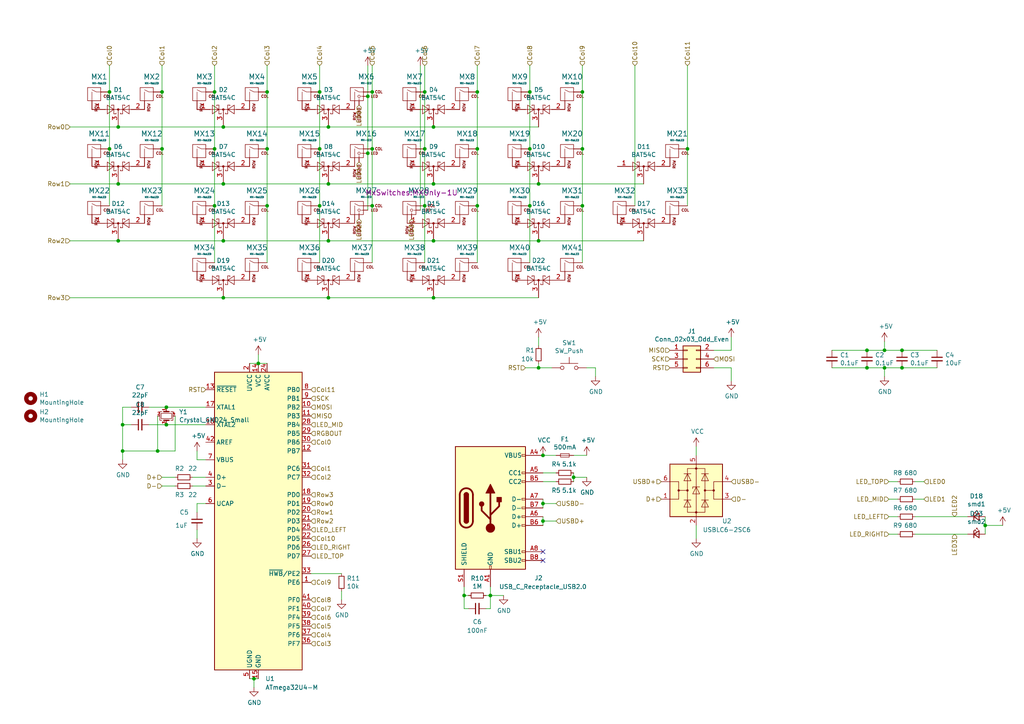
<source format=kicad_sch>
(kicad_sch (version 20211123) (generator eeschema)
  (paper "A4")
  (lib_symbols
    (symbol "Connector:USB_C_Receptacle_USB2.0" (pin_names (offset 1.016))
      (property "Reference" "J" (at -10.16 19.05 0))
      (property "Value" "USB_C_Receptacle_USB2.0" (at 19.05 19.05 0))
      (symbol "USB_C_Receptacle_USB2.0_1_1"
        (pin passive line (at 0 -22.86 90) (length 5.08) (name "GND") (number "A1"))
        (pin passive line (at 0 -22.86 90) (length 5.08) hide (name "GND") (number "A12"))
        (pin passive line (at 15.24 15.24 180) (length 5.08) (name "VBUS") (number "A4"))
        (pin bidirectional line (at 15.24 10.16 180) (length 5.08) (name "CC1") (number "A5"))
        (pin bidirectional line (at 15.24 -2.54 180) (length 5.08) (name "D+") (number "A6"))
        (pin bidirectional line (at 15.24 2.54 180) (length 5.08) (name "D-") (number "A7"))
        (pin bidirectional line (at 15.24 -12.7 180) (length 5.08) (name "SBU1") (number "A8"))
        (pin passive line (at 15.24 15.24 180) (length 5.08) hide (name "VBUS") (number "A9"))
        (pin passive line (at 0 -22.86 90) (length 5.08) hide (name "GND") (number "B1"))
        (pin passive line (at 0 -22.86 90) (length 5.08) hide (name "GND") (number "B12"))
        (pin passive line (at 15.24 15.24 180) (length 5.08) hide (name "VBUS") (number "B4"))
        (pin bidirectional line (at 15.24 7.62 180) (length 5.08) (name "CC2") (number "B5"))
        (pin bidirectional line (at 15.24 -5.08 180) (length 5.08) (name "D+") (number "B6"))
        (pin bidirectional line (at 15.24 0 180) (length 5.08) (name "D-") (number "B7"))
        (pin bidirectional line (at 15.24 -15.24 180) (length 5.08) (name "SBU2") (number "B8"))
        (pin passive line (at 15.24 15.24 180) (length 5.08) hide (name "VBUS") (number "B9"))
        (pin passive line (at -7.62 -22.86 90) (length 5.08) (name "SHIELD") (number "S1"))
      )
    )
    (symbol "Connector_Generic:Conn_02x03_Odd_Even" (pin_names (offset 1.016) hide)
      (property "Reference" "J" (at 1.27 5.08 0))
      (property "Value" "Conn_02x03_Odd_Even" (at 1.27 -5.08 0))
      (symbol "Conn_02x03_Odd_Even_1_1"
        (pin passive line (at -5.08 2.54 0) (length 3.81) (name "Pin_1") (number "1"))
        (pin passive line (at 7.62 2.54 180) (length 3.81) (name "Pin_2") (number "2"))
        (pin passive line (at -5.08 0 0) (length 3.81) (name "Pin_3") (number "3"))
        (pin passive line (at 7.62 0 180) (length 3.81) (name "Pin_4") (number "4"))
        (pin passive line (at -5.08 -2.54 0) (length 3.81) (name "Pin_5") (number "5"))
        (pin passive line (at 7.62 -2.54 180) (length 3.81) (name "Pin_6") (number "6"))
      )
    )
    (symbol "Device:C_Small" (pin_numbers hide) (pin_names (offset 0.254) hide)
      (property "Reference" "C" (at 0.254 1.778 0))
      (property "Value" "C_Small" (at 0.254 -2.032 0))
      (symbol "C_Small_1_1"
        (pin passive line (at 0 2.54 270) (length 2.032) (name "~") (number "1"))
        (pin passive line (at 0 -2.54 90) (length 2.032) (name "~") (number "2"))
      )
    )
    (symbol "Device:Crystal_GND24_Small" (pin_names (offset 1.016) hide)
      (property "Reference" "Y" (at 1.27 4.445 0))
      (property "Value" "Crystal_GND24_Small" (at 1.27 2.54 0))
      (symbol "Crystal_GND24_Small_1_1"
        (pin passive line (at -2.54 0 0) (length 1.27) (name "1") (number "1"))
        (pin passive line (at 0 -2.54 90) (length 0.635) (name "2") (number "2"))
        (pin passive line (at 2.54 0 180) (length 1.27) (name "3") (number "3"))
        (pin passive line (at 0 2.54 270) (length 0.635) (name "4") (number "4"))
      )
    )
    (symbol "Device:Fuse_Small" (pin_numbers hide) (pin_names (offset 0.254) hide)
      (property "Reference" "F" (at 0 -1.524 0))
      (property "Value" "Fuse_Small" (at 0 1.524 0))
      (symbol "Fuse_Small_1_1"
        (pin passive line (at -2.54 0 0) (length 1.27) (name "~") (number "1"))
        (pin passive line (at 2.54 0 180) (length 1.27) (name "~") (number "2"))
      )
    )
    (symbol "Device:LED_Small" (pin_numbers hide) (pin_names (offset 0.254) hide)
      (property "Reference" "D" (at -1.27 3.175 0))
      (property "Value" "LED_Small" (at -4.445 -2.54 0))
      (symbol "LED_Small_1_1"
        (pin passive line (at -2.54 0 0) (length 1.778) (name "K") (number "1"))
        (pin passive line (at 2.54 0 180) (length 1.778) (name "A") (number "2"))
      )
    )
    (symbol "Device:R_Small" (pin_numbers hide) (pin_names (offset 0.254) hide)
      (property "Reference" "R" (at 0.762 0.508 0))
      (property "Value" "R_Small" (at 0.762 -1.016 0))
      (symbol "R_Small_1_1"
        (pin passive line (at 0 2.54 270) (length 0.762) (name "~") (number "1"))
        (pin passive line (at 0 -2.54 90) (length 0.762) (name "~") (number "2"))
      )
    )
    (symbol "Diode:BAT54C" (pin_names (offset 1.016))
      (property "Reference" "D" (at 0.635 -3.81 0))
      (property "Value" "BAT54C" (at -6.35 3.175 0))
      (symbol "BAT54C_1_1"
        (pin passive line (at -7.62 0 0) (length 3.81) (name "~") (number "1"))
        (pin passive line (at 7.62 0 180) (length 3.81) (name "~") (number "2"))
        (pin passive line (at 0 -5.08 90) (length 5.08) (name "~") (number "3"))
      )
    )
    (symbol "MCU_Microchip_ATmega:ATmega32U4-M"
      (property "Reference" "U" (at -12.7 44.45 0))
      (property "Value" "ATmega32U4-M" (at 2.54 -44.45 0))
      (symbol "ATmega32U4-M_1_1"
        (pin bidirectional line (at 15.24 -17.78 180) (length 2.54) (name "PE6") (number "1"))
        (pin bidirectional line (at 15.24 33.02 180) (length 2.54) (name "PB2") (number "10"))
        (pin bidirectional line (at 15.24 30.48 180) (length 2.54) (name "PB3") (number "11"))
        (pin bidirectional line (at 15.24 20.32 180) (length 2.54) (name "PB7") (number "12"))
        (pin input line (at -15.24 38.1 0) (length 2.54) (name "~{RESET}") (number "13"))
        (pin power_in line (at 0 45.72 270) (length 2.54) (name "VCC") (number "14"))
        (pin power_in line (at 0 -45.72 90) (length 2.54) (name "GND") (number "15"))
        (pin output line (at -15.24 27.94 0) (length 2.54) (name "XTAL2") (number "16"))
        (pin input line (at -15.24 33.02 0) (length 2.54) (name "XTAL1") (number "17"))
        (pin bidirectional line (at 15.24 7.62 180) (length 2.54) (name "PD0") (number "18"))
        (pin bidirectional line (at 15.24 5.08 180) (length 2.54) (name "PD1") (number "19"))
        (pin power_in line (at -2.54 45.72 270) (length 2.54) (name "UVCC") (number "2"))
        (pin bidirectional line (at 15.24 2.54 180) (length 2.54) (name "PD2") (number "20"))
        (pin bidirectional line (at 15.24 0 180) (length 2.54) (name "PD3") (number "21"))
        (pin bidirectional line (at 15.24 -5.08 180) (length 2.54) (name "PD5") (number "22"))
        (pin passive line (at 0 -45.72 90) (length 2.54) hide (name "GND") (number "23"))
        (pin power_in line (at 2.54 45.72 270) (length 2.54) (name "AVCC") (number "24"))
        (pin bidirectional line (at 15.24 -2.54 180) (length 2.54) (name "PD4") (number "25"))
        (pin bidirectional line (at 15.24 -7.62 180) (length 2.54) (name "PD6") (number "26"))
        (pin bidirectional line (at 15.24 -10.16 180) (length 2.54) (name "PD7") (number "27"))
        (pin bidirectional line (at 15.24 27.94 180) (length 2.54) (name "PB4") (number "28"))
        (pin bidirectional line (at 15.24 25.4 180) (length 2.54) (name "PB5") (number "29"))
        (pin bidirectional line (at -15.24 10.16 0) (length 2.54) (name "D-") (number "3"))
        (pin bidirectional line (at 15.24 22.86 180) (length 2.54) (name "PB6") (number "30"))
        (pin bidirectional line (at 15.24 15.24 180) (length 2.54) (name "PC6") (number "31"))
        (pin bidirectional line (at 15.24 12.7 180) (length 2.54) (name "PC7") (number "32"))
        (pin bidirectional line (at 15.24 -15.24 180) (length 2.54) (name "~{HWB}/PE2") (number "33"))
        (pin passive line (at 0 45.72 270) (length 2.54) hide (name "VCC") (number "34"))
        (pin passive line (at 0 -45.72 90) (length 2.54) hide (name "GND") (number "35"))
        (pin bidirectional line (at 15.24 -35.56 180) (length 2.54) (name "PF7") (number "36"))
        (pin bidirectional line (at 15.24 -33.02 180) (length 2.54) (name "PF6") (number "37"))
        (pin bidirectional line (at 15.24 -30.48 180) (length 2.54) (name "PF5") (number "38"))
        (pin bidirectional line (at 15.24 -27.94 180) (length 2.54) (name "PF4") (number "39"))
        (pin bidirectional line (at -15.24 12.7 0) (length 2.54) (name "D+") (number "4"))
        (pin bidirectional line (at 15.24 -25.4 180) (length 2.54) (name "PF1") (number "40"))
        (pin bidirectional line (at 15.24 -22.86 180) (length 2.54) (name "PF0") (number "41"))
        (pin passive line (at -15.24 22.86 0) (length 2.54) (name "AREF") (number "42"))
        (pin passive line (at 0 -45.72 90) (length 2.54) hide (name "GND") (number "43"))
        (pin passive line (at 2.54 45.72 270) (length 2.54) hide (name "AVCC") (number "44"))
        (pin passive line (at 0 -45.72 90) (length 2.54) hide (name "GND") (number "45"))
        (pin passive line (at -2.54 -45.72 90) (length 2.54) (name "UGND") (number "5"))
        (pin passive line (at -15.24 5.08 0) (length 2.54) (name "UCAP") (number "6"))
        (pin input line (at -15.24 17.78 0) (length 2.54) (name "VBUS") (number "7"))
        (pin bidirectional line (at 15.24 38.1 180) (length 2.54) (name "PB0") (number "8"))
        (pin bidirectional line (at 15.24 35.56 180) (length 2.54) (name "PB1") (number "9"))
      )
    )
    (symbol "Mechanical:MountingHole" (pin_names (offset 1.016))
      (property "Reference" "H" (at 0 5.08 0))
      (property "Value" "MountingHole" (at 0 3.175 0))
    )
    (symbol "Mx:MX-LED" (pin_names (offset 1.016))
      (property "Reference" "MX" (at -0.635 3.81 0))
      (property "Value" "MX-LED" (at -0.635 1.27 0))
      (symbol "MX-LED_0_0"
        (text "COL" (at 5.715 1.27 0) (effects (font (size 0.762 0.762))))
        (text "LED" (at 4.445 0 0) (effects (font (size 0.762 0.762))))
        (text "ROW" (at -1.27 -4.445 900) (effects (font (size 0.762 0.762)) (justify right)))
      )
      (symbol "MX-LED_1_0"
        (text "LEDGND" (at 0 -3.175 900) (effects (font (size 0.762 0.762)) (justify right)))
      )
      (symbol "MX-LED_1_1"
        (pin passive line (at 3.81 1.27 180) (length 2.54) (name "COL") (number "1"))
        (pin passive line (at -1.27 -3.81 90) (length 2.54) (name "ROW") (number "2"))
        (pin input line (at 2.54 0 180) (length 1.27) (name "LED") (number "3"))
        (pin passive line (at 0 -2.54 90) (length 1.27) (name "LEDGND") (number "4"))
      )
    )
    (symbol "Mx:MX-NoLED" (pin_names (offset 1.016))
      (property "Reference" "MX" (at -0.635 3.81 0))
      (property "Value" "MX-NoLED" (at -0.635 1.27 0))
      (symbol "MX-NoLED_0_0"
        (text "COL" (at 3.175 0 0) (effects (font (size 0.762 0.762))))
        (text "ROW" (at 0 -1.905 900) (effects (font (size 0.762 0.762)) (justify right)))
      )
      (symbol "MX-NoLED_1_1"
        (pin passive line (at 3.81 1.27 180) (length 2.54) (name "COL") (number "1"))
        (pin passive line (at -1.27 -3.81 90) (length 2.54) (name "ROW") (number "2"))
      )
    )
    (symbol "Power_Protection:USBLC6-2SC6" (pin_names hide)
      (property "Reference" "U" (at 2.54 8.89 0))
      (property "Value" "USBLC6-2SC6" (at 2.54 -8.89 0))
      (symbol "USBLC6-2SC6_1_1"
        (pin passive line (at -10.16 -2.54 0) (length 2.54) (name "I/O1") (number "1"))
        (pin passive line (at 0 -10.16 90) (length 2.54) (name "GND") (number "2"))
        (pin passive line (at 10.16 -2.54 180) (length 2.54) (name "I/O2") (number "3"))
        (pin passive line (at 10.16 2.54 180) (length 2.54) (name "I/O2") (number "4"))
        (pin passive line (at 0 10.16 270) (length 2.54) (name "VBUS") (number "5"))
        (pin passive line (at -10.16 2.54 0) (length 2.54) (name "I/O1") (number "6"))
      )
    )
    (symbol "Switch:SW_Push" (pin_numbers hide) (pin_names (offset 1.016) hide)
      (property "Reference" "SW" (at 1.27 2.54 0))
      (property "Value" "SW_Push" (at 0 -1.524 0))
      (symbol "SW_Push_0_1"
        (pin passive line (at -5.08 0 0) (length 2.54) (name "1") (number "1"))
        (pin passive line (at 5.08 0 180) (length 2.54) (name "2") (number "2"))
      )
    )
    (symbol "power:+5V" (power) (pin_names (offset 0))
      (property "Value" "+5V" (at 0 3.556 0))
      (symbol "+5V_1_1"
        (pin power_in line (at 0 0 90) (length 0) hide (name "+5V") (number "1"))
      )
    )
    (symbol "power:GND" (power) (pin_names (offset 0))
      (property "Value" "GND" (at 0 -3.81 0))
      (symbol "GND_1_1"
        (pin power_in line (at 0 0 270) (length 0) hide (name "GND") (number "1"))
      )
    )
    (symbol "power:VCC" (power) (pin_names (offset 0))
      (property "Value" "VCC" (at 0 3.81 0))
      (symbol "VCC_1_1"
        (pin power_in line (at 0 0 90) (length 0) hide (name "VCC") (number "1"))
      )
    )
  )
  (junction (at 95.25 36.83))
  (junction (at 168.91 59.69))
  (junction (at 95.25 86.36))
  (junction (at 157.48 151.13))
  (junction (at 156.21 106.68))
  (junction (at 125.73 86.36))
  (junction (at 156.21 69.85))
  (junction (at 77.47 26.67))
  (junction (at 95.25 69.85))
  (junction (at 138.43 26.67))
  (junction (at 106.68 44.45))
  (junction (at 73.66 196.85))
  (junction (at 31.75 43.18))
  (junction (at 107.95 59.69))
  (junction (at 285.75 152.4))
  (junction (at 35.56 130.81))
  (junction (at 153.67 59.69))
  (junction (at 62.23 26.67))
  (junction (at 34.29 53.34))
  (junction (at 123.19 59.69))
  (junction (at 168.91 43.18))
  (junction (at 46.99 26.67))
  (junction (at 134.62 172.72))
  (junction (at 34.29 69.85))
  (junction (at 62.23 43.18))
  (junction (at 261.62 106.68))
  (junction (at 157.48 146.05))
  (junction (at 125.73 53.34))
  (junction (at 77.47 43.18))
  (junction (at 251.46 106.68))
  (junction (at 156.21 53.34))
  (junction (at 77.47 59.69))
  (junction (at 74.93 105.41))
  (junction (at 123.19 43.18))
  (junction (at 64.77 69.85))
  (junction (at 142.24 172.72))
  (junction (at 256.54 101.6))
  (junction (at 153.67 43.18))
  (junction (at 256.54 106.68))
  (junction (at 157.48 132.08))
  (junction (at 46.99 43.18))
  (junction (at 153.67 26.67))
  (junction (at 31.75 26.67))
  (junction (at 261.62 101.6))
  (junction (at 107.95 43.18))
  (junction (at 107.95 26.67))
  (junction (at 64.77 36.83))
  (junction (at 92.71 59.69))
  (junction (at 251.46 101.6))
  (junction (at 166.37 138.43))
  (junction (at 48.26 118.11))
  (junction (at 123.19 26.67))
  (junction (at 199.39 43.18))
  (junction (at 125.73 36.83))
  (junction (at 95.25 53.34))
  (junction (at 138.43 59.69))
  (junction (at 92.71 26.67))
  (junction (at 106.68 27.94))
  (junction (at 92.71 43.18))
  (junction (at 64.77 53.34))
  (junction (at 45.72 130.81))
  (junction (at 125.73 69.85))
  (junction (at 35.56 123.19))
  (junction (at 64.77 86.36))
  (junction (at 138.43 43.18))
  (junction (at 62.23 59.69))
  (junction (at 48.26 123.19))
  (junction (at 168.91 26.67))
  (junction (at 34.29 36.83))
  (no_connect (at 157.48 162.56))
  (no_connect (at 157.48 160.02))
  (wire (pts (xy 134.62 176.53) (xy 135.89 176.53)))
  (wire (pts (xy 95.25 86.36) (xy 64.77 86.36)))
  (wire (pts (xy 46.99 26.67) (xy 46.99 19.05)))
  (wire (pts (xy 57.15 153.67) (xy 57.15 156.21)))
  (wire (pts (xy 95.25 53.34) (xy 64.77 53.34)))
  (wire (pts (xy 106.68 44.45) (xy 106.68 27.94)))
  (wire (pts (xy 107.95 43.18) (xy 107.95 59.69)))
  (wire (pts (xy 134.62 172.72) (xy 134.62 176.53)))
  (wire (pts (xy 156.21 86.36) (xy 125.73 86.36)))
  (wire (pts (xy 35.56 118.11) (xy 35.56 123.19)))
  (wire (pts (xy 125.73 53.34) (xy 95.25 53.34)))
  (wire (pts (xy 121.92 60.96) (xy 121.92 19.05)))
  (wire (pts (xy 138.43 43.18) (xy 138.43 26.67)))
  (wire (pts (xy 90.17 166.37) (xy 99.06 166.37)))
  (wire (pts (xy 265.43 154.94) (xy 280.67 154.94)))
  (wire (pts (xy 201.93 152.4) (xy 201.93 156.21)))
  (wire (pts (xy 186.69 69.85) (xy 156.21 69.85)))
  (wire (pts (xy 265.43 144.78) (xy 267.97 144.78)))
  (wire (pts (xy 62.23 26.67) (xy 62.23 19.05)))
  (wire (pts (xy 31.75 26.67) (xy 31.75 19.05)))
  (wire (pts (xy 134.62 170.18) (xy 134.62 172.72)))
  (wire (pts (xy 184.15 59.69) (xy 184.15 19.05)))
  (wire (pts (xy 256.54 106.68) (xy 256.54 109.22)))
  (wire (pts (xy 43.18 118.11) (xy 48.26 118.11)))
  (wire (pts (xy 138.43 59.69) (xy 138.43 43.18)))
  (wire (pts (xy 64.77 53.34) (xy 34.29 53.34)))
  (wire (pts (xy 156.21 106.68) (xy 156.21 105.41)))
  (wire (pts (xy 168.91 43.18) (xy 168.91 26.67)))
  (wire (pts (xy 157.48 144.78) (xy 157.48 146.05)))
  (wire (pts (xy 55.88 138.43) (xy 59.69 138.43)))
  (wire (pts (xy 207.01 106.68) (xy 212.09 106.68)))
  (wire (pts (xy 156.21 97.79) (xy 156.21 100.33)))
  (wire (pts (xy 157.48 146.05) (xy 161.29 146.05)))
  (wire (pts (xy 74.93 196.85) (xy 73.66 196.85)))
  (wire (pts (xy 48.26 118.11) (xy 59.69 118.11)))
  (wire (pts (xy 31.75 59.69) (xy 31.75 43.18)))
  (wire (pts (xy 77.47 59.69) (xy 77.47 43.18)))
  (wire (pts (xy 64.77 36.83) (xy 34.29 36.83)))
  (wire (pts (xy 125.73 36.83) (xy 95.25 36.83)))
  (wire (pts (xy 157.48 146.05) (xy 157.48 147.32)))
  (wire (pts (xy 157.48 137.16) (xy 161.29 137.16)))
  (wire (pts (xy 31.75 43.18) (xy 31.75 26.67)))
  (wire (pts (xy 166.37 138.43) (xy 166.37 137.16)))
  (wire (pts (xy 265.43 149.86) (xy 280.67 149.86)))
  (wire (pts (xy 45.72 130.81) (xy 35.56 130.81)))
  (wire (pts (xy 123.19 59.69) (xy 123.19 76.2)))
  (wire (pts (xy 50.8 120.65) (xy 50.8 130.81)))
  (wire (pts (xy 241.3 101.6) (xy 251.46 101.6)))
  (wire (pts (xy 106.68 27.94) (xy 106.68 19.05)))
  (wire (pts (xy 172.72 106.68) (xy 172.72 109.22)))
  (wire (pts (xy 142.24 176.53) (xy 142.24 172.72)))
  (wire (pts (xy 166.37 132.08) (xy 170.18 132.08)))
  (wire (pts (xy 135.89 172.72) (xy 134.62 172.72)))
  (wire (pts (xy 34.29 36.83) (xy 20.32 36.83)))
  (wire (pts (xy 251.46 101.6) (xy 256.54 101.6)))
  (wire (pts (xy 46.99 59.69) (xy 46.99 43.18)))
  (wire (pts (xy 34.29 53.34) (xy 20.32 53.34)))
  (wire (pts (xy 153.67 26.67) (xy 153.67 19.05)))
  (wire (pts (xy 48.26 123.19) (xy 59.69 123.19)))
  (wire (pts (xy 43.18 123.19) (xy 48.26 123.19)))
  (wire (pts (xy 212.09 101.6) (xy 212.09 97.79)))
  (wire (pts (xy 73.66 196.85) (xy 72.39 196.85)))
  (wire (pts (xy 46.99 43.18) (xy 46.99 26.67)))
  (wire (pts (xy 142.24 172.72) (xy 146.05 172.72)))
  (wire (pts (xy 156.21 69.85) (xy 125.73 69.85)))
  (wire (pts (xy 285.75 152.4) (xy 285.75 154.94)))
  (wire (pts (xy 199.39 43.18) (xy 199.39 19.05)))
  (wire (pts (xy 77.47 76.2) (xy 77.47 59.69)))
  (wire (pts (xy 156.21 36.83) (xy 125.73 36.83)))
  (wire (pts (xy 260.35 144.78) (xy 257.81 144.78)))
  (wire (pts (xy 260.35 149.86) (xy 257.81 149.86)))
  (wire (pts (xy 157.48 152.4) (xy 157.48 151.13)))
  (wire (pts (xy 45.72 120.65) (xy 45.72 130.81)))
  (wire (pts (xy 140.97 172.72) (xy 142.24 172.72)))
  (wire (pts (xy 57.15 146.05) (xy 59.69 146.05)))
  (wire (pts (xy 95.25 69.85) (xy 64.77 69.85)))
  (wire (pts (xy 260.35 139.7) (xy 257.81 139.7)))
  (wire (pts (xy 92.71 43.18) (xy 92.71 26.67)))
  (wire (pts (xy 142.24 172.72) (xy 142.24 170.18)))
  (wire (pts (xy 34.29 69.85) (xy 20.32 69.85)))
  (wire (pts (xy 107.95 19.05) (xy 107.95 26.67)))
  (wire (pts (xy 256.54 106.68) (xy 261.62 106.68)))
  (wire (pts (xy 64.77 86.36) (xy 20.32 86.36)))
  (wire (pts (xy 123.19 43.18) (xy 123.19 26.67)))
  (wire (pts (xy 57.15 133.35) (xy 57.15 130.81)))
  (wire (pts (xy 285.75 152.4) (xy 290.83 152.4)))
  (wire (pts (xy 153.67 76.2) (xy 153.67 59.69)))
  (wire (pts (xy 261.62 101.6) (xy 271.78 101.6)))
  (wire (pts (xy 138.43 76.2) (xy 138.43 59.69)))
  (wire (pts (xy 260.35 154.94) (xy 257.81 154.94)))
  (wire (pts (xy 62.23 76.2) (xy 62.23 59.69)))
  (wire (pts (xy 72.39 105.41) (xy 74.93 105.41)))
  (wire (pts (xy 168.91 59.69) (xy 168.91 43.18)))
  (wire (pts (xy 153.67 43.18) (xy 153.67 26.67)))
  (wire (pts (xy 261.62 106.68) (xy 271.78 106.68)))
  (wire (pts (xy 57.15 148.59) (xy 57.15 146.05)))
  (wire (pts (xy 92.71 76.2) (xy 92.71 59.69)))
  (wire (pts (xy 156.21 53.34) (xy 186.69 53.34)))
  (wire (pts (xy 123.19 43.18) (xy 123.19 59.69)))
  (wire (pts (xy 157.48 139.7) (xy 161.29 139.7)))
  (wire (pts (xy 153.67 59.69) (xy 153.67 43.18)))
  (wire (pts (xy 38.1 123.19) (xy 35.56 123.19)))
  (wire (pts (xy 92.71 26.67) (xy 92.71 19.05)))
  (wire (pts (xy 46.99 140.97) (xy 50.8 140.97)))
  (wire (pts (xy 125.73 86.36) (xy 95.25 86.36)))
  (wire (pts (xy 46.99 138.43) (xy 50.8 138.43)))
  (wire (pts (xy 166.37 139.7) (xy 166.37 138.43)))
  (wire (pts (xy 50.8 130.81) (xy 45.72 130.81)))
  (wire (pts (xy 140.97 176.53) (xy 142.24 176.53)))
  (wire (pts (xy 166.37 138.43) (xy 170.18 138.43)))
  (wire (pts (xy 207.01 101.6) (xy 212.09 101.6)))
  (wire (pts (xy 157.48 151.13) (xy 157.48 149.86)))
  (wire (pts (xy 156.21 106.68) (xy 160.02 106.68)))
  (wire (pts (xy 107.95 26.67) (xy 107.95 43.18)))
  (wire (pts (xy 152.4 106.68) (xy 156.21 106.68)))
  (wire (pts (xy 73.66 196.85) (xy 73.66 199.39)))
  (wire (pts (xy 170.18 106.68) (xy 172.72 106.68)))
  (wire (pts (xy 59.69 133.35) (xy 57.15 133.35)))
  (wire (pts (xy 77.47 26.67) (xy 77.47 19.05)))
  (wire (pts (xy 138.43 26.67) (xy 138.43 19.05)))
  (wire (pts (xy 199.39 59.69) (xy 199.39 43.18)))
  (wire (pts (xy 95.25 36.83) (xy 64.77 36.83)))
  (wire (pts (xy 38.1 118.11) (xy 35.56 118.11)))
  (wire (pts (xy 265.43 139.7) (xy 267.97 139.7)))
  (wire (pts (xy 74.93 105.41) (xy 74.93 102.87)))
  (wire (pts (xy 251.46 106.68) (xy 256.54 106.68)))
  (wire (pts (xy 168.91 76.2) (xy 168.91 59.69)))
  (wire (pts (xy 99.06 171.45) (xy 99.06 173.99)))
  (wire (pts (xy 74.93 105.41) (xy 77.47 105.41)))
  (wire (pts (xy 256.54 101.6) (xy 261.62 101.6)))
  (wire (pts (xy 241.3 106.68) (xy 251.46 106.68)))
  (wire (pts (xy 201.93 132.08) (xy 201.93 129.54)))
  (wire (pts (xy 55.88 140.97) (xy 59.69 140.97)))
  (wire (pts (xy 256.54 101.6) (xy 256.54 99.06)))
  (wire (pts (xy 35.56 130.81) (xy 35.56 133.35)))
  (wire (pts (xy 62.23 59.69) (xy 62.23 43.18)))
  (wire (pts (xy 168.91 26.67) (xy 168.91 19.05)))
  (wire (pts (xy 157.48 132.08) (xy 161.29 132.08)))
  (wire (pts (xy 285.75 149.86) (xy 285.75 152.4)))
  (wire (pts (xy 64.77 69.85) (xy 34.29 69.85)))
  (wire (pts (xy 156.21 53.34) (xy 125.73 53.34)))
  (wire (pts (xy 212.09 106.68) (xy 212.09 110.49)))
  (wire (pts (xy 106.68 60.96) (xy 106.68 44.45)))
  (wire (pts (xy 35.56 123.19) (xy 35.56 130.81)))
  (wire (pts (xy 157.48 151.13) (xy 161.29 151.13)))
  (wire (pts (xy 77.47 43.18) (xy 77.47 26.67)))
  (wire (pts (xy 92.71 59.69) (xy 92.71 43.18)))
  (wire (pts (xy 123.19 26.67) (xy 123.19 19.05)))
  (wire (pts (xy 107.95 59.69) (xy 107.95 76.2)))
  (wire (pts (xy 125.73 69.85) (xy 95.25 69.85)))
  (wire (pts (xy 62.23 43.18) (xy 62.23 26.67)))
  (hierarchical_label "Col0" (shape input) (at 31.75 19.05 90))
  (hierarchical_label "Col10" (shape input) (at 90.17 156.21 0))
  (hierarchical_label "RST" (shape input) (at 152.4 106.68 180))
  (hierarchical_label "Row3" (shape input) (at 20.32 86.36 180))
  (hierarchical_label "LED3" (shape input) (at 119.38 63.5 270))
  (hierarchical_label "LED3" (shape input) (at 276.86 154.94 270))
  (hierarchical_label "MISO" (shape input) (at 90.17 120.65 0))
  (hierarchical_label "Row0" (shape input) (at 20.32 36.83 180))
  (hierarchical_label "LED_MID" (shape input) (at 257.81 144.78 180))
  (hierarchical_label "Row1" (shape input) (at 90.17 148.59 0))
  (hierarchical_label "Col3" (shape input) (at 90.17 186.69 0))
  (hierarchical_label "SCK" (shape input) (at 194.31 104.14 180))
  (hierarchical_label "D-" (shape input) (at 46.99 140.97 180))
  (hierarchical_label "Col1" (shape input) (at 46.99 19.05 90))
  (hierarchical_label "Col9" (shape input) (at 90.17 168.91 0))
  (hierarchical_label "D+" (shape input) (at 191.77 144.78 180))
  (hierarchical_label "Col8" (shape input) (at 153.67 19.05 90))
  (hierarchical_label "LED_RIGHT" (shape input) (at 90.17 158.75 0))
  (hierarchical_label "LED_MID" (shape input) (at 90.17 123.19 0))
  (hierarchical_label "Row0" (shape input) (at 90.17 146.05 0))
  (hierarchical_label "Col6" (shape input) (at 90.17 179.07 0))
  (hierarchical_label "Col1" (shape input) (at 90.17 135.89 0))
  (hierarchical_label "Col2" (shape input) (at 62.23 19.05 90))
  (hierarchical_label "LED_LEFT" (shape input) (at 257.81 149.86 180))
  (hierarchical_label "USBD+" (shape input) (at 161.29 151.13 0))
  (hierarchical_label "LED_TOP" (shape input) (at 257.81 139.7 180))
  (hierarchical_label "Col0" (shape input) (at 90.17 128.27 0))
  (hierarchical_label "USBD-" (shape input) (at 212.09 139.7 0))
  (hierarchical_label "LED_LEFT" (shape input) (at 90.17 153.67 0))
  (hierarchical_label "Row2" (shape input) (at 20.32 69.85 180))
  (hierarchical_label "Col8" (shape input) (at 90.17 173.99 0))
  (hierarchical_label "LED0" (shape input) (at 267.97 139.7 0))
  (hierarchical_label "Col5" (shape input) (at 90.17 181.61 0))
  (hierarchical_label "Col7" (shape input) (at 90.17 176.53 0))
  (hierarchical_label "USBD-" (shape input) (at 161.29 146.05 0))
  (hierarchical_label "LED_TOP" (shape input) (at 90.17 161.29 0))
  (hierarchical_label "D-" (shape input) (at 212.09 144.78 0))
  (hierarchical_label "Col9" (shape input) (at 168.91 19.05 90))
  (hierarchical_label "Col7" (shape input) (at 138.43 19.05 90))
  (hierarchical_label "D+" (shape input) (at 46.99 138.43 180))
  (hierarchical_label "LED2" (shape input) (at 276.86 149.86 90))
  (hierarchical_label "Col2" (shape input) (at 90.17 138.43 0))
  (hierarchical_label "USBD+" (shape input) (at 191.77 139.7 180))
  (hierarchical_label "Col5" (shape input) (at 107.95 19.05 90))
  (hierarchical_label "Col4" (shape input) (at 90.17 184.15 0))
  (hierarchical_label "LED_RIGHT" (shape input) (at 257.81 154.94 180))
  (hierarchical_label "MISO" (shape input) (at 194.31 101.6 180))
  (hierarchical_label "Col10" (shape input) (at 184.15 19.05 90))
  (hierarchical_label "LED1" (shape input) (at 267.97 144.78 0))
  (hierarchical_label "Col4" (shape input) (at 92.71 19.05 90))
  (hierarchical_label "MOSI" (shape input) (at 207.01 104.14 0))
  (hierarchical_label "RST" (shape input) (at 194.31 106.68 180))
  (hierarchical_label "Col11" (shape input) (at 199.39 19.05 90))
  (hierarchical_label "RST" (shape input) (at 59.69 113.03 180))
  (hierarchical_label "LED2" (shape input) (at 104.14 63.5 270))
  (hierarchical_label "RGBOUT" (shape input) (at 90.17 125.73 0))
  (hierarchical_label "Col11" (shape input) (at 90.17 113.03 0))
  (hierarchical_label "Row1" (shape input) (at 20.32 53.34 180))
  (hierarchical_label "LED1" (shape input) (at 104.14 46.99 270))
  (hierarchical_label "MOSI" (shape input) (at 90.17 118.11 0))
  (hierarchical_label "Row3" (shape input) (at 90.17 143.51 0))
  (hierarchical_label "LED0" (shape input) (at 104.14 30.48 270))
  (hierarchical_label "SCK" (shape input) (at 90.17 115.57 0))
  (hierarchical_label "Col6" (shape input) (at 123.19 19.05 90))
  (hierarchical_label "Col3" (shape input) (at 77.47 19.05 90))
  (hierarchical_label "Row2" (shape input) (at 90.17 151.13 0))
  (symbol (lib_id "Mx:MX-NoLED") (at 27.94 27.94 0) (unit 1)
    (property "Reference" "MX1" (at 28.7782 22.2758 0) (effects (font (size 1.524 1.524))))
    (property "Value" "MX-NoLED" (at 28.7782 24.1554 0) (effects (font (size 0.508 0.508))))
    (property "Footprint" "MxSwitches:MXOnly-1.5U-NoLED" (effects hide))
  )
  (symbol (lib_id "Mx:MX-NoLED") (at 43.18 27.94 0) (unit 1)
    (property "Reference" "MX2" (at 44.0182 22.2758 0) (effects (font (size 1.524 1.524))))
    (property "Value" "MX-NoLED" (at 44.0182 24.1554 0) (effects (font (size 0.508 0.508))))
    (property "Footprint" "MxSwitches:MXOnly-1U-NoLED" (effects hide))
  )
  (symbol (lib_id "Diode:BAT54C") (at 34.29 31.75 0) (unit 1)
    (property "Reference" "D1" (at 34.29 26.035 0))
    (property "Value" "BAT54C" (at 34.29 28.3464 0))
    (property "Footprint" "Package_TO_SOT_SMD:SOT-23" (effects hide))
    (property "Datasheet" "http://www.diodes.com/_files/datasheets/ds11005.pdf" (effects hide))
  )
  (symbol (lib_id "Mx:MX-NoLED") (at 58.42 27.94 0) (unit 1)
    (property "Reference" "MX3" (at 59.2582 22.2758 0) (effects (font (size 1.524 1.524))))
    (property "Value" "MX-NoLED" (at 59.2582 24.1554 0) (effects (font (size 0.508 0.508))))
    (property "Footprint" "MxSwitches:MXOnly-1U-NoLED" (effects hide))
  )
  (symbol (lib_id "Mx:MX-NoLED") (at 73.66 27.94 0) (unit 1)
    (property "Reference" "MX4" (at 74.4982 22.2758 0) (effects (font (size 1.524 1.524))))
    (property "Value" "MX-NoLED" (at 74.4982 24.1554 0) (effects (font (size 0.508 0.508))))
    (property "Footprint" "MxSwitches:MXOnly-1U-NoLED" (effects hide))
  )
  (symbol (lib_id "Diode:BAT54C") (at 64.77 31.75 0) (unit 1)
    (property "Reference" "D2" (at 64.77 26.035 0))
    (property "Value" "BAT54C" (at 64.77 28.3464 0))
    (property "Footprint" "Package_TO_SOT_SMD:SOT-23" (effects hide))
    (property "Datasheet" "http://www.diodes.com/_files/datasheets/ds11005.pdf" (effects hide))
  )
  (symbol (lib_id "Mx:MX-NoLED") (at 88.9 27.94 0) (unit 1)
    (property "Reference" "MX5" (at 89.7382 22.2758 0) (effects (font (size 1.524 1.524))))
    (property "Value" "MX-NoLED" (at 89.7382 24.1554 0) (effects (font (size 0.508 0.508))))
    (property "Footprint" "MxSwitches:MXOnly-1U-NoLED" (effects hide))
  )
  (symbol (lib_id "Diode:BAT54C") (at 95.25 31.75 0) (unit 1)
    (property "Reference" "D3" (at 95.25 26.035 0))
    (property "Value" "BAT54C" (at 95.25 28.3464 0))
    (property "Footprint" "Package_TO_SOT_SMD:SOT-23" (effects hide))
    (property "Datasheet" "http://www.diodes.com/_files/datasheets/ds11005.pdf" (effects hide))
  )
  (symbol (lib_id "Mx:MX-NoLED") (at 119.38 27.94 0) (unit 1)
    (property "Reference" "MX7" (at 120.2182 22.2758 0) (effects (font (size 1.524 1.524))))
    (property "Value" "MX-NoLED" (at 120.2182 24.1554 0) (effects (font (size 0.508 0.508))))
    (property "Footprint" "MxSwitches:MXOnly-1U-NoLED" (effects hide))
  )
  (symbol (lib_id "Mx:MX-NoLED") (at 134.62 27.94 0) (unit 1)
    (property "Reference" "MX8" (at 135.4582 22.2758 0) (effects (font (size 1.524 1.524))))
    (property "Value" "MX-NoLED" (at 135.4582 24.1554 0) (effects (font (size 0.508 0.508))))
    (property "Footprint" "MxSwitches:MXOnly-1U-NoLED" (effects hide))
  )
  (symbol (lib_id "Diode:BAT54C") (at 125.73 31.75 0) (unit 1)
    (property "Reference" "D4" (at 125.73 26.035 0))
    (property "Value" "BAT54C" (at 125.73 28.3464 0))
    (property "Footprint" "Package_TO_SOT_SMD:SOT-23" (effects hide))
    (property "Datasheet" "http://www.diodes.com/_files/datasheets/ds11005.pdf" (effects hide))
  )
  (symbol (lib_id "Mx:MX-NoLED") (at 149.86 27.94 0) (unit 1)
    (property "Reference" "MX9" (at 150.6982 22.2758 0) (effects (font (size 1.524 1.524))))
    (property "Value" "MX-NoLED" (at 150.6982 24.1554 0) (effects (font (size 0.508 0.508))))
    (property "Footprint" "MxSwitches:MXOnly-1U-NoLED" (effects hide))
  )
  (symbol (lib_id "Mx:MX-NoLED") (at 165.1 27.94 0) (unit 1)
    (property "Reference" "MX10" (at 165.9382 22.2758 0) (effects (font (size 1.524 1.524))))
    (property "Value" "MX-NoLED" (at 165.9382 24.1554 0) (effects (font (size 0.508 0.508))))
    (property "Footprint" "MxSwitches:MXOnly-1U-NoLED" (effects hide))
  )
  (symbol (lib_id "Diode:BAT54C") (at 156.21 31.75 0) (unit 1)
    (property "Reference" "D5" (at 156.21 26.035 0))
    (property "Value" "BAT54C" (at 156.21 28.3464 0))
    (property "Footprint" "Package_TO_SOT_SMD:SOT-23" (effects hide))
    (property "Datasheet" "http://www.diodes.com/_files/datasheets/ds11005.pdf" (effects hide))
  )
  (symbol (lib_id "Mx:MX-NoLED") (at 27.94 44.45 0) (unit 1)
    (property "Reference" "MX11" (at 28.7782 38.7858 0) (effects (font (size 1.524 1.524))))
    (property "Value" "MX-NoLED" (at 28.7782 40.6654 0) (effects (font (size 0.508 0.508))))
    (property "Footprint" "MxSwitches:MXOnly-1.25U-NoLED" (effects hide))
  )
  (symbol (lib_id "Mx:MX-NoLED") (at 43.18 44.45 0) (unit 1)
    (property "Reference" "MX12" (at 44.0182 38.7858 0) (effects (font (size 1.524 1.524))))
    (property "Value" "MX-NoLED" (at 44.0182 40.6654 0) (effects (font (size 0.508 0.508))))
    (property "Footprint" "MxSwitches:MXOnly-1U-NoLED" (effects hide))
  )
  (symbol (lib_id "Diode:BAT54C") (at 34.29 48.26 0) (unit 1)
    (property "Reference" "D6" (at 34.29 42.545 0))
    (property "Value" "BAT54C" (at 34.29 44.8564 0))
    (property "Footprint" "Package_TO_SOT_SMD:SOT-23" (effects hide))
    (property "Datasheet" "http://www.diodes.com/_files/datasheets/ds11005.pdf" (effects hide))
  )
  (symbol (lib_id "Mx:MX-NoLED") (at 58.42 44.45 0) (unit 1)
    (property "Reference" "MX13" (at 59.2582 38.7858 0) (effects (font (size 1.524 1.524))))
    (property "Value" "MX-NoLED" (at 59.2582 40.6654 0) (effects (font (size 0.508 0.508))))
    (property "Footprint" "MxSwitches:MXOnly-1U-NoLED" (effects hide))
  )
  (symbol (lib_id "Mx:MX-NoLED") (at 73.66 44.45 0) (unit 1)
    (property "Reference" "MX14" (at 74.4982 38.7858 0) (effects (font (size 1.524 1.524))))
    (property "Value" "MX-NoLED" (at 74.4982 40.6654 0) (effects (font (size 0.508 0.508))))
    (property "Footprint" "MxSwitches:MXOnly-1U-NoLED" (effects hide))
  )
  (symbol (lib_id "Diode:BAT54C") (at 64.77 48.26 0) (unit 1)
    (property "Reference" "D7" (at 64.77 42.545 0))
    (property "Value" "BAT54C" (at 64.77 44.8564 0))
    (property "Footprint" "Package_TO_SOT_SMD:SOT-23" (effects hide))
    (property "Datasheet" "http://www.diodes.com/_files/datasheets/ds11005.pdf" (effects hide))
  )
  (symbol (lib_id "Mx:MX-NoLED") (at 88.9 44.45 0) (unit 1)
    (property "Reference" "MX15" (at 89.7382 38.7858 0) (effects (font (size 1.524 1.524))))
    (property "Value" "MX-NoLED" (at 89.7382 40.6654 0) (effects (font (size 0.508 0.508))))
    (property "Footprint" "MxSwitches:MXOnly-1U-NoLED" (effects hide))
  )
  (symbol (lib_id "Diode:BAT54C") (at 95.25 48.26 0) (unit 1)
    (property "Reference" "D8" (at 95.25 42.545 0))
    (property "Value" "BAT54C" (at 95.25 44.8564 0))
    (property "Footprint" "Package_TO_SOT_SMD:SOT-23" (effects hide))
    (property "Datasheet" "http://www.diodes.com/_files/datasheets/ds11005.pdf" (effects hide))
  )
  (symbol (lib_id "Mx:MX-NoLED") (at 119.38 44.45 0) (unit 1)
    (property "Reference" "MX17" (at 120.2182 38.7858 0) (effects (font (size 1.524 1.524))))
    (property "Value" "MX-NoLED" (at 120.2182 40.6654 0) (effects (font (size 0.508 0.508))))
    (property "Footprint" "MxSwitches:MXOnly-1U-NoLED" (effects hide))
  )
  (symbol (lib_id "Mx:MX-NoLED") (at 134.62 44.45 0) (unit 1)
    (property "Reference" "MX18" (at 135.4582 38.7858 0) (effects (font (size 1.524 1.524))))
    (property "Value" "MX-NoLED" (at 135.4582 40.6654 0) (effects (font (size 0.508 0.508))))
    (property "Footprint" "MxSwitches:MXOnly-1U-NoLED" (effects hide))
  )
  (symbol (lib_id "Diode:BAT54C") (at 125.73 48.26 0) (unit 1)
    (property "Reference" "D9" (at 125.73 42.545 0))
    (property "Value" "BAT54C" (at 125.73 44.8564 0))
    (property "Footprint" "Package_TO_SOT_SMD:SOT-23" (effects hide))
    (property "Datasheet" "http://www.diodes.com/_files/datasheets/ds11005.pdf" (effects hide))
  )
  (symbol (lib_id "Mx:MX-NoLED") (at 149.86 44.45 0) (unit 1)
    (property "Reference" "MX19" (at 150.6982 38.7858 0) (effects (font (size 1.524 1.524))))
    (property "Value" "MX-NoLED" (at 150.6982 40.6654 0) (effects (font (size 0.508 0.508))))
    (property "Footprint" "MxSwitches:MXOnly-1U-NoLED" (effects hide))
  )
  (symbol (lib_id "Mx:MX-NoLED") (at 165.1 44.45 0) (unit 1)
    (property "Reference" "MX20" (at 165.9382 38.7858 0) (effects (font (size 1.524 1.524))))
    (property "Value" "MX-NoLED" (at 165.9382 40.6654 0) (effects (font (size 0.508 0.508))))
    (property "Footprint" "MxSwitches:MXOnly-1U-NoLED" (effects hide))
  )
  (symbol (lib_id "Diode:BAT54C") (at 156.21 48.26 0) (unit 1)
    (property "Reference" "D10" (at 156.21 42.545 0))
    (property "Value" "BAT54C" (at 156.21 44.8564 0))
    (property "Footprint" "Package_TO_SOT_SMD:SOT-23" (effects hide))
    (property "Datasheet" "http://www.diodes.com/_files/datasheets/ds11005.pdf" (effects hide))
  )
  (symbol (lib_id "Mx:MX-NoLED") (at 27.94 60.96 0) (unit 1)
    (property "Reference" "MX22" (at 28.7782 55.2958 0) (effects (font (size 1.524 1.524))))
    (property "Value" "MX-NoLED" (at 28.7782 57.1754 0) (effects (font (size 0.508 0.508))))
    (property "Footprint" "MxSwitches:MXOnly-1U-NoLED" (effects hide))
  )
  (symbol (lib_id "Mx:MX-NoLED") (at 43.18 60.96 0) (unit 1)
    (property "Reference" "MX23" (at 44.0182 55.2958 0) (effects (font (size 1.524 1.524))))
    (property "Value" "MX-NoLED" (at 44.0182 57.1754 0) (effects (font (size 0.508 0.508))))
    (property "Footprint" "MxSwitches:MXOnly-1U-NoLED" (effects hide))
  )
  (symbol (lib_id "Diode:BAT54C") (at 34.29 64.77 0) (unit 1)
    (property "Reference" "D12" (at 34.29 59.055 0))
    (property "Value" "BAT54C" (at 34.29 61.3664 0))
    (property "Footprint" "Package_TO_SOT_SMD:SOT-23" (effects hide))
    (property "Datasheet" "http://www.diodes.com/_files/datasheets/ds11005.pdf" (effects hide))
  )
  (symbol (lib_id "Mx:MX-NoLED") (at 58.42 60.96 0) (unit 1)
    (property "Reference" "MX24" (at 59.2582 55.2958 0) (effects (font (size 1.524 1.524))))
    (property "Value" "MX-NoLED" (at 59.2582 57.1754 0) (effects (font (size 0.508 0.508))))
    (property "Footprint" "MxSwitches:MXOnly-1U-NoLED" (effects hide))
  )
  (symbol (lib_id "Mx:MX-NoLED") (at 73.66 60.96 0) (unit 1)
    (property "Reference" "MX25" (at 74.4982 55.2958 0) (effects (font (size 1.524 1.524))))
    (property "Value" "MX-NoLED" (at 74.4982 57.1754 0) (effects (font (size 0.508 0.508))))
    (property "Footprint" "MxSwitches:MXOnly-1U-NoLED" (effects hide))
  )
  (symbol (lib_id "Diode:BAT54C") (at 64.77 64.77 0) (unit 1)
    (property "Reference" "D13" (at 64.77 59.055 0))
    (property "Value" "BAT54C" (at 64.77 61.3664 0))
    (property "Footprint" "Package_TO_SOT_SMD:SOT-23" (effects hide))
    (property "Datasheet" "http://www.diodes.com/_files/datasheets/ds11005.pdf" (effects hide))
  )
  (symbol (lib_id "Mx:MX-NoLED") (at 88.9 60.96 0) (unit 1)
    (property "Reference" "MX26" (at 89.7382 55.2958 0) (effects (font (size 1.524 1.524))))
    (property "Value" "MX-NoLED" (at 89.7382 57.1754 0) (effects (font (size 0.508 0.508))))
    (property "Footprint" "MxSwitches:MXOnly-1U-NoLED" (effects hide))
  )
  (symbol (lib_id "Diode:BAT54C") (at 95.25 64.77 0) (unit 1)
    (property "Reference" "D14" (at 95.25 59.055 0))
    (property "Value" "BAT54C" (at 95.25 61.3664 0))
    (property "Footprint" "Package_TO_SOT_SMD:SOT-23" (effects hide))
    (property "Datasheet" "http://www.diodes.com/_files/datasheets/ds11005.pdf" (effects hide))
  )
  (symbol (lib_id "Mx:MX-NoLED") (at 134.62 60.96 0) (unit 1)
    (property "Reference" "MX29" (at 135.4582 55.2958 0) (effects (font (size 1.524 1.524))))
    (property "Value" "MX-NoLED" (at 135.4582 57.1754 0) (effects (font (size 0.508 0.508))))
    (property "Footprint" "MxSwitches:MXOnly-1U-NoLED" (effects hide))
  )
  (symbol (lib_id "Diode:BAT54C") (at 125.73 64.77 0) (unit 1)
    (property "Reference" "D15" (at 125.73 59.055 0))
    (property "Value" "BAT54C" (at 125.73 61.3664 0))
    (property "Footprint" "Package_TO_SOT_SMD:SOT-23" (effects hide))
    (property "Datasheet" "http://www.diodes.com/_files/datasheets/ds11005.pdf" (effects hide))
  )
  (symbol (lib_id "Mx:MX-NoLED") (at 149.86 60.96 0) (unit 1)
    (property "Reference" "MX30" (at 150.6982 55.2958 0) (effects (font (size 1.524 1.524))))
    (property "Value" "MX-NoLED" (at 150.6982 57.1754 0) (effects (font (size 0.508 0.508))))
    (property "Footprint" "MxSwitches:MXOnly-1U-NoLED" (effects hide))
  )
  (symbol (lib_id "Mx:MX-NoLED") (at 165.1 60.96 0) (unit 1)
    (property "Reference" "MX31" (at 165.9382 55.2958 0) (effects (font (size 1.524 1.524))))
    (property "Value" "MX-NoLED" (at 165.9382 57.1754 0) (effects (font (size 0.508 0.508))))
    (property "Footprint" "MxSwitches:MXOnly-1U-NoLED" (effects hide))
  )
  (symbol (lib_id "Diode:BAT54C") (at 156.21 64.77 0) (unit 1)
    (property "Reference" "D16" (at 156.21 59.055 0))
    (property "Value" "BAT54C" (at 156.21 61.3664 0))
    (property "Footprint" "Package_TO_SOT_SMD:SOT-23" (effects hide))
    (property "Datasheet" "http://www.diodes.com/_files/datasheets/ds11005.pdf" (effects hide))
  )
  (symbol (lib_id "Mx:MX-NoLED") (at 180.34 60.96 0) (unit 1)
    (property "Reference" "MX32" (at 181.1782 55.2958 0) (effects (font (size 1.524 1.524))))
    (property "Value" "MX-NoLED" (at 181.1782 57.1754 0) (effects (font (size 0.508 0.508))))
    (property "Footprint" "MxSwitches:MXOnly-1U-NoLED" (effects hide))
  )
  (symbol (lib_id "Mx:MX-NoLED") (at 195.58 60.96 0) (unit 1)
    (property "Reference" "MX33" (at 196.4182 55.2958 0) (effects (font (size 1.524 1.524))))
    (property "Value" "MX-NoLED" (at 196.4182 57.1754 0) (effects (font (size 0.508 0.508))))
    (property "Footprint" "MxSwitches:MXOnly-1U-NoLED" (effects hide))
  )
  (symbol (lib_id "Diode:BAT54C") (at 186.69 64.77 0) (unit 1)
    (property "Reference" "D17" (at 186.69 59.055 0))
    (property "Value" "BAT54C" (at 186.69 61.3664 0))
    (property "Footprint" "Package_TO_SOT_SMD:SOT-23" (effects hide))
    (property "Datasheet" "http://www.diodes.com/_files/datasheets/ds11005.pdf" (effects hide))
  )
  (symbol (lib_id "Mx:MX-NoLED") (at 58.42 77.47 0) (unit 1)
    (property "Reference" "MX34" (at 59.2582 71.8058 0) (effects (font (size 1.524 1.524))))
    (property "Value" "MX-NoLED" (at 59.2582 73.6854 0) (effects (font (size 0.508 0.508))))
    (property "Footprint" "MxSwitches:MXOnly-1U-NoLED" (effects hide))
  )
  (symbol (lib_id "Mx:MX-NoLED") (at 73.66 77.47 0) (unit 1)
    (property "Reference" "MX35" (at 74.4982 71.8058 0) (effects (font (size 1.524 1.524))))
    (property "Value" "MX-NoLED" (at 74.4982 73.6854 0) (effects (font (size 0.508 0.508))))
    (property "Footprint" "MxSwitches:MXOnly-1.25U-NoLED" (effects hide))
  )
  (symbol (lib_id "Diode:BAT54C") (at 64.77 81.28 0) (unit 1)
    (property "Reference" "D19" (at 64.77 75.565 0))
    (property "Value" "BAT54C" (at 64.77 77.8764 0))
    (property "Footprint" "Package_TO_SOT_SMD:SOT-23" (effects hide))
    (property "Datasheet" "http://www.diodes.com/_files/datasheets/ds11005.pdf" (effects hide))
  )
  (symbol (lib_id "Mx:MX-NoLED") (at 88.9 77.47 0) (unit 1)
    (property "Reference" "MX36" (at 89.7382 71.8058 0) (effects (font (size 1.524 1.524))))
    (property "Value" "MX-NoLED" (at 89.7382 73.6854 0) (effects (font (size 0.508 0.508))))
    (property "Footprint" "MxSwitches:MXOnly-1.25U-NoLED" (effects hide))
  )
  (symbol (lib_id "Mx:MX-NoLED") (at 104.14 77.47 0) (unit 1)
    (property "Reference" "MX37" (at 104.9782 71.8058 0) (effects (font (size 1.524 1.524))))
    (property "Value" "MX-NoLED" (at 104.9782 73.6854 0) (effects (font (size 0.508 0.508))))
    (property "Footprint" "MxSwitches:MXOnly-1.25U-NoLED" (effects hide))
  )
  (symbol (lib_id "Diode:BAT54C") (at 95.25 81.28 0) (unit 1)
    (property "Reference" "D20" (at 95.25 75.565 0))
    (property "Value" "BAT54C" (at 95.25 77.8764 0))
    (property "Footprint" "Package_TO_SOT_SMD:SOT-23" (effects hide))
    (property "Datasheet" "http://www.diodes.com/_files/datasheets/ds11005.pdf" (effects hide))
  )
  (symbol (lib_id "Mx:MX-NoLED") (at 119.38 77.47 0) (unit 1)
    (property "Reference" "MX38" (at 120.2182 71.8058 0) (effects (font (size 1.524 1.524))))
    (property "Value" "MX-NoLED" (at 120.2182 73.6854 0) (effects (font (size 0.508 0.508))))
    (property "Footprint" "MxSwitches:MXOnly-1.25U-NoLED" (effects hide))
  )
  (symbol (lib_id "Mx:MX-NoLED") (at 134.62 77.47 0) (unit 1)
    (property "Reference" "MX39" (at 135.4582 71.8058 0) (effects (font (size 1.524 1.524))))
    (property "Value" "MX-NoLED" (at 135.4582 73.6854 0) (effects (font (size 0.508 0.508))))
    (property "Footprint" "MxSwitches:MXOnly-1.25U-NoLED" (effects hide))
  )
  (symbol (lib_id "Diode:BAT54C") (at 125.73 81.28 0) (unit 1)
    (property "Reference" "D21" (at 125.73 75.565 0))
    (property "Value" "BAT54C" (at 125.73 77.8764 0))
    (property "Footprint" "Package_TO_SOT_SMD:SOT-23" (effects hide))
    (property "Datasheet" "http://www.diodes.com/_files/datasheets/ds11005.pdf" (effects hide))
  )
  (symbol (lib_id "Mx:MX-NoLED") (at 149.86 77.47 0) (unit 1)
    (property "Reference" "MX40" (at 150.6982 71.8058 0) (effects (font (size 1.524 1.524))))
    (property "Value" "MX-NoLED" (at 150.6982 73.6854 0) (effects (font (size 0.508 0.508))))
    (property "Footprint" "MxSwitches:MXOnly-1.25U-NoLED" (effects hide))
  )
  (symbol (lib_id "Mx:MX-NoLED") (at 165.1 77.47 0) (unit 1)
    (property "Reference" "MX41" (at 165.9382 71.8058 0) (effects (font (size 1.524 1.524))))
    (property "Value" "MX-NoLED" (at 165.9382 73.6854 0) (effects (font (size 0.508 0.508))))
    (property "Footprint" "MxSwitches:MXOnly-1U-NoLED" (effects hide))
  )
  (symbol (lib_id "Diode:BAT54C") (at 156.21 81.28 0) (unit 1)
    (property "Reference" "D22" (at 156.21 75.565 0))
    (property "Value" "BAT54C" (at 156.21 77.8764 0))
    (property "Footprint" "Package_TO_SOT_SMD:SOT-23" (effects hide))
    (property "Datasheet" "http://www.diodes.com/_files/datasheets/ds11005.pdf" (effects hide))
  )
  (symbol (lib_id "Mx:MX-NoLED") (at 195.58 44.45 0) (unit 1)
    (property "Reference" "MX21" (at 196.4182 38.7858 0) (effects (font (size 1.524 1.524))))
    (property "Value" "MX-NoLED" (at 196.4182 40.6654 0) (effects (font (size 0.508 0.508))))
    (property "Footprint" "MxSwitches:MXOnly-ISO-ROTATED-ReversedStabilizers-NoLED" (effects hide))
  )
  (symbol (lib_id "Diode:BAT54C") (at 186.69 48.26 0) (unit 1)
    (property "Reference" "D11" (at 186.69 42.545 0))
    (property "Value" "BAT54C" (at 186.69 44.8564 0))
    (property "Footprint" "Package_TO_SOT_SMD:SOT-23" (effects hide))
    (property "Datasheet" "http://www.diodes.com/_files/datasheets/ds11005.pdf" (effects hide))
  )
  (symbol (lib_id "Mx:MX-LED") (at 104.14 27.94 0) (unit 1)
    (property "Reference" "MX6" (at 106.2228 22.2504 0) (effects (font (size 1.524 1.524))))
    (property "Value" "MX-LED" (at 106.2228 24.13 0) (effects (font (size 0.508 0.508))))
    (property "Footprint" "MxSwitches:MXOnly-1U" (effects hide))
  )
  (symbol (lib_id "Mx:MX-LED") (at 104.14 44.45 0) (unit 1)
    (property "Reference" "MX16" (at 106.2228 38.7604 0) (effects (font (size 1.524 1.524))))
    (property "Value" "MX-LED" (at 106.2228 40.64 0) (effects (font (size 0.508 0.508))))
    (property "Footprint" "MxSwitches:MXOnly-1.5U" (effects hide))
  )
  (symbol (lib_id "Mx:MX-LED") (at 104.14 60.96 0) (unit 1)
    (property "Reference" "MX27" (at 106.2228 55.2704 0) (effects (font (size 1.524 1.524))))
    (property "Value" "MX-LED" (at 106.2228 57.15 0) (effects (font (size 0.508 0.508))))
    (property "Footprint" "MxSwitches:MXOnly-1U" (effects hide))
  )
  (symbol (lib_id "Mx:MX-LED") (at 119.38 60.96 0) (unit 1)
    (property "Reference" "MX28" (at 121.4628 55.2704 0) (effects (font (size 1.524 1.524))))
    (property "Value" "MX-LED" (at 121.4628 57.15 0) (effects (font (size 0.508 0.508))))
    (property "Footprint" "MxSwitches:MXOnly-1U" (at 119.38 55.88 0) (effects (font (size 1.524 1.524))))
  )
  (symbol (lib_id "Connector:USB_C_Receptacle_USB2.0") (at 142.24 147.32 0) (unit 1)
    (property "Reference" "J2" (at 156.21 167.64 0))
    (property "Value" "USB_C_Receptacle_USB2.0" (at 157.48 170.18 0))
    (property "Footprint" "Connector_USB:USB_C_Receptacle_HRO_TYPE-C-31-M-12" (effects hide))
    (property "Datasheet" "https://www.usb.org/sites/default/files/documents/usb_type-c.zip" (effects hide))
  )
  (symbol (lib_id "Device:R_Small") (at 163.83 137.16 270) (unit 1)
    (property "Reference" "R4" (at 161.29 134.62 90))
    (property "Value" "5.1k" (at 165.1 134.62 90))
    (property "Footprint" "Resistor_SMD:R_0603_1608Metric" (effects hide))
  )
  (symbol (lib_id "Device:R_Small") (at 163.83 139.7 90) (unit 1)
    (property "Reference" "R5" (at 161.29 142.24 90))
    (property "Value" "5.1k" (at 165.1 142.24 90))
    (property "Footprint" "Resistor_SMD:R_0603_1608Metric" (effects hide))
  )
  (symbol (lib_id "Device:R_Small") (at 138.43 172.72 270) (unit 1)
    (property "Reference" "R10" (at 138.43 167.7416 90))
    (property "Value" "1M" (at 138.43 170.053 90))
    (property "Footprint" "Resistor_SMD:R_0603_1608Metric" (effects hide))
  )
  (symbol (lib_id "Device:C_Small") (at 138.43 176.53 90) (unit 1)
    (property "Reference" "C6" (at 138.43 180.34 90))
    (property "Value" "100nF" (at 138.43 182.88 90))
    (property "Footprint" "Capacitor_SMD:C_0603_1608Metric" (effects hide))
  )
  (symbol (lib_id "power:GND") (at 146.05 172.72 0) (unit 1)
    (property "Reference" "#PWR017" (effects hide))
    (property "Value" "GND" (at 146.177 177.1142 0))
  )
  (symbol (lib_id "power:GND") (at 170.18 138.43 0) (unit 1)
    (property "Reference" "#PWR014" (effects hide))
    (property "Value" "GND" (at 170.307 142.8242 0))
  )
  (symbol (lib_id "Device:Fuse_Small") (at 163.83 132.08 0) (unit 1)
    (property "Reference" "F1" (at 163.83 127.381 0))
    (property "Value" "500mA" (at 163.83 129.6924 0))
    (property "Footprint" "Fuse:Fuse_1206_3216Metric" (effects hide))
  )
  (symbol (lib_id "power:+5V") (at 170.18 132.08 0) (unit 1)
    (property "Reference" "#PWR013" (effects hide))
    (property "Value" "+5V" (at 170.561 127.6858 0))
  )
  (symbol (lib_id "power:GND") (at 35.56 133.35 0) (unit 1)
    (property "Reference" "#PWR010" (effects hide))
    (property "Value" "GND" (at 35.687 137.7442 0))
  )
  (symbol (lib_id "Power_Protection:USBLC6-2SC6") (at 201.93 142.24 0) (unit 1)
    (property "Reference" "U2" (at 210.82 151.13 0))
    (property "Value" "USBLC6-2SC6" (at 210.82 153.67 0))
    (property "Footprint" "Package_TO_SOT_SMD:SOT-23-6" (effects hide))
    (property "Datasheet" "https://www.st.com/resource/en/datasheet/usblc6-2.pdf" (effects hide))
  )
  (symbol (lib_id "Device:R_Small") (at 53.34 138.43 270) (unit 1)
    (property "Reference" "R2" (at 52.07 135.89 90))
    (property "Value" "22" (at 55.88 135.89 90))
    (property "Footprint" "Resistor_SMD:R_0603_1608Metric" (effects hide))
  )
  (symbol (lib_id "Device:R_Small") (at 53.34 140.97 270) (unit 1)
    (property "Reference" "R3" (at 52.07 143.51 90))
    (property "Value" "22" (at 55.88 143.51 90))
    (property "Footprint" "Resistor_SMD:R_0603_1608Metric" (effects hide))
  )
  (symbol (lib_id "Device:C_Small") (at 57.15 151.13 0) (unit 1)
    (property "Reference" "C5" (at 52.07 148.59 0) (effects (justify left)))
    (property "Value" "1uF" (at 50.8 152.4 0) (effects (justify left)))
    (property "Footprint" "Capacitor_SMD:C_0603_1608Metric" (effects hide))
  )
  (symbol (lib_id "Device:R_Small") (at 99.06 168.91 0) (unit 1)
    (property "Reference" "R11" (at 100.5586 167.7416 0) (effects (justify left)))
    (property "Value" "10k" (at 100.5586 170.053 0) (effects (justify left)))
    (property "Footprint" "Resistor_SMD:R_0603_1608Metric" (effects hide))
  )
  (symbol (lib_id "power:GND") (at 57.15 156.21 0) (unit 1)
    (property "Reference" "#PWR015" (effects hide))
    (property "Value" "GND" (at 57.277 160.6042 0))
  )
  (symbol (lib_id "power:GND") (at 99.06 173.99 0) (unit 1)
    (property "Reference" "#PWR019" (effects hide))
    (property "Value" "GND" (at 99.187 178.3842 0))
  )
  (symbol (lib_id "power:GND") (at 73.66 199.39 0) (unit 1)
    (property "Reference" "#PWR018" (effects hide))
    (property "Value" "GND" (at 73.787 203.7842 0))
  )
  (symbol (lib_id "power:+5V") (at 74.93 102.87 0) (unit 1)
    (property "Reference" "#PWR06" (effects hide))
    (property "Value" "+5V" (at 75.311 98.4758 0))
  )
  (symbol (lib_id "power:VCC") (at 157.48 132.08 0) (unit 1)
    (property "Reference" "#PWR012" (effects hide))
    (property "Value" "VCC" (at 157.861 127.6858 0))
  )
  (symbol (lib_id "power:VCC") (at 201.93 129.54 0) (unit 1)
    (property "Reference" "#PWR011" (effects hide))
    (property "Value" "VCC" (at 202.311 125.1458 0))
  )
  (symbol (lib_id "power:GND") (at 201.93 156.21 0) (unit 1)
    (property "Reference" "#PWR016" (effects hide))
    (property "Value" "GND" (at 202.057 160.6042 0))
  )
  (symbol (lib_id "Connector_Generic:Conn_02x03_Odd_Even") (at 199.39 104.14 0) (unit 1)
    (property "Reference" "J1" (at 200.66 96.0882 0))
    (property "Value" "Conn_02x03_Odd_Even" (at 200.66 98.3996 0))
    (property "Footprint" "Connector_PinHeader_2.54mm:PinHeader_2x03_P2.54mm_Vertical" (effects hide))
  )
  (symbol (lib_id "power:+5V") (at 212.09 97.79 0) (unit 1)
    (property "Reference" "#PWR04" (effects hide))
    (property "Value" "+5V" (at 212.471 93.3958 0))
  )
  (symbol (lib_id "power:GND") (at 212.09 110.49 0) (unit 1)
    (property "Reference" "#PWR09" (effects hide))
    (property "Value" "GND" (at 212.217 114.8842 0))
  )
  (symbol (lib_id "Switch:SW_Push") (at 165.1 106.68 0) (unit 1)
    (property "Reference" "SW1" (at 165.1 99.441 0))
    (property "Value" "SW_Push" (at 165.1 101.7524 0))
    (property "Footprint" "KeebParts:SKQG-1155865" (effects hide))
  )
  (symbol (lib_id "Device:R_Small") (at 156.21 102.87 0) (unit 1)
    (property "Reference" "R1" (at 152.4 101.6 0) (effects (justify left)))
    (property "Value" "10k" (at 151.13 104.14 0) (effects (justify left)))
    (property "Footprint" "Resistor_SMD:R_0603_1608Metric" (effects hide))
  )
  (symbol (lib_id "power:+5V") (at 156.21 97.79 0) (unit 1)
    (property "Reference" "#PWR03" (effects hide))
    (property "Value" "+5V" (at 156.591 93.3958 0))
  )
  (symbol (lib_id "power:GND") (at 172.72 109.22 0) (unit 1)
    (property "Reference" "#PWR07" (effects hide))
    (property "Value" "GND" (at 172.847 113.6142 0))
  )
  (symbol (lib_id "power:+5V") (at 106.68 19.05 0) (unit 1)
    (property "Reference" "#PWR01" (effects hide))
    (property "Value" "+5V" (at 107.061 14.6558 0))
  )
  (symbol (lib_id "power:+5V") (at 121.92 19.05 0) (unit 1)
    (property "Reference" "#PWR02" (effects hide))
    (property "Value" "+5V" (at 122.301 14.6558 0))
  )
  (symbol (lib_id "Device:R_Small") (at 262.89 144.78 270) (unit 1)
    (property "Reference" "R7" (at 260.35 142.24 90))
    (property "Value" "680" (at 264.16 142.24 90))
    (property "Footprint" "Resistor_SMD:R_0603_1608Metric" (effects hide))
  )
  (symbol (lib_id "Device:R_Small") (at 262.89 139.7 270) (unit 1)
    (property "Reference" "R8" (at 260.35 137.16 90))
    (property "Value" "680" (at 264.16 137.16 90))
    (property "Footprint" "Resistor_SMD:R_0603_1608Metric" (effects hide))
  )
  (symbol (lib_id "Device:C_Small") (at 241.3 104.14 0) (unit 1)
    (property "Reference" "C1" (at 243.6368 102.9716 0) (effects (justify left)))
    (property "Value" "0.1uF" (at 243.6368 105.283 0) (effects (justify left)))
    (property "Footprint" "Capacitor_SMD:C_0603_1608Metric" (effects hide))
  )
  (symbol (lib_id "Device:C_Small") (at 251.46 104.14 0) (unit 1)
    (property "Reference" "C2" (at 253.7968 102.9716 0) (effects (justify left)))
    (property "Value" "0.1uF" (at 253.7968 105.283 0) (effects (justify left)))
    (property "Footprint" "Capacitor_SMD:C_0603_1608Metric" (effects hide))
  )
  (symbol (lib_id "Device:C_Small") (at 261.62 104.14 0) (unit 1)
    (property "Reference" "C3" (at 263.9568 102.9716 0) (effects (justify left)))
    (property "Value" "0.1uF" (at 263.9568 105.283 0) (effects (justify left)))
    (property "Footprint" "Capacitor_SMD:C_0603_1608Metric" (effects hide))
  )
  (symbol (lib_id "Device:C_Small") (at 271.78 104.14 0) (unit 1)
    (property "Reference" "C4" (at 274.1168 102.9716 0) (effects (justify left)))
    (property "Value" "10uF" (at 274.1168 105.283 0) (effects (justify left)))
    (property "Footprint" "Capacitor_SMD:C_0603_1608Metric" (effects hide))
  )
  (symbol (lib_id "power:+5V") (at 256.54 99.06 0) (unit 1)
    (property "Reference" "#PWR05" (effects hide))
    (property "Value" "+5V" (at 256.921 94.6658 0))
  )
  (symbol (lib_id "power:GND") (at 256.54 109.22 0) (unit 1)
    (property "Reference" "#PWR08" (effects hide))
    (property "Value" "GND" (at 256.667 113.6142 0))
  )
  (symbol (lib_id "Device:Crystal_GND24_Small") (at 48.26 120.65 270) (unit 1)
    (property "Reference" "Y1" (at 51.9176 119.4816 90) (effects (justify left)))
    (property "Value" "Crystal_GND24_Small" (at 51.9176 121.793 90) (effects (justify left)))
    (property "Footprint" "Crystal:Crystal_SMD_3225-4Pin_3.2x2.5mm" (effects hide))
  )
  (symbol (lib_id "Device:C_Small") (at 40.64 118.11 270) (unit 1)
    (property "Reference" "C7" (at 40.64 112.2934 90))
    (property "Value" "22pF" (at 40.64 114.6048 90))
    (property "Footprint" "Capacitor_SMD:C_0603_1608Metric" (effects hide))
  )
  (symbol (lib_id "Device:C_Small") (at 40.64 123.19 90) (unit 1)
    (property "Reference" "C8" (at 40.64 117.3734 90))
    (property "Value" "22pF" (at 40.64 119.6848 90))
    (property "Footprint" "Capacitor_SMD:C_0603_1608Metric" (effects hide))
  )
  (symbol (lib_id "power:+5V") (at 57.15 130.81 0) (unit 1)
    (property "Reference" "#PWR0101" (effects hide))
    (property "Value" "+5V" (at 57.531 126.4158 0))
  )
  (symbol (lib_id "Device:R_Small") (at 262.89 149.86 270) (unit 1)
    (property "Reference" "R6" (at 260.35 147.32 90))
    (property "Value" "680" (at 264.16 147.32 90))
    (property "Footprint" "Resistor_SMD:R_0603_1608Metric" (effects hide))
  )
  (symbol (lib_id "Device:R_Small") (at 262.89 154.94 270) (unit 1)
    (property "Reference" "R9" (at 260.35 152.4 90))
    (property "Value" "680" (at 264.16 152.4 90))
    (property "Footprint" "Resistor_SMD:R_0603_1608Metric" (effects hide))
  )
  (symbol (lib_id "Device:LED_Small") (at 283.21 149.86 0) (unit 1)
    (property "Reference" "D18" (at 283.21 143.891 0))
    (property "Value" "smd1" (at 283.21 146.2024 0))
    (property "Footprint" "LED_SMD:LED_0603_1608Metric" (effects hide))
  )
  (symbol (lib_id "Device:LED_Small") (at 283.21 154.94 0) (unit 1)
    (property "Reference" "D23" (at 283.21 148.971 0))
    (property "Value" "smd2" (at 283.21 151.2824 0))
    (property "Footprint" "LED_SMD:LED_0603_1608Metric" (effects hide))
  )
  (symbol (lib_id "power:+5V") (at 290.83 152.4 0) (unit 1)
    (property "Reference" "#PWR0106" (effects hide))
    (property "Value" "+5V" (at 291.211 148.0058 0))
  )
  (symbol (lib_id "Mechanical:MountingHole") (at 8.89 115.57 0) (unit 1)
    (property "Reference" "H1" (at 11.43 114.4016 0) (effects (justify left)))
    (property "Value" "MountingHole" (at 11.43 116.713 0) (effects (justify left)))
    (property "Footprint" "LarvaLogo:larvalogo3" (effects hide))
  )
  (symbol (lib_id "Mechanical:MountingHole") (at 8.89 120.65 0) (unit 1)
    (property "Reference" "H2" (at 11.43 119.4816 0) (effects (justify left)))
    (property "Value" "MountingHole" (at 11.43 121.793 0) (effects (justify left)))
    (property "Footprint" "LarvaLogo:larvasidelines" (effects hide))
  )
  (symbol (lib_id "MCU_Microchip_ATmega:ATmega32U4-M") (at 74.93 151.13 0) (unit 1)
    (property "Reference" "U1" (at 76.9494 196.85 0) (effects (justify left)))
    (property "Value" "ATmega32U4-M" (at 76.9494 199.39 0) (effects (justify left)))
    (property "Footprint" "Package_DFN_QFN:QFN-44-1EP_7x7mm_P0.5mm_EP5.2x5.2mm" (effects hide))
    (property "Datasheet" "http://ww1.microchip.com/downloads/en/DeviceDoc/Atmel-7766-8-bit-AVR-ATmega16U4-32U4_Datasheet.pdf" (effects hide))
  )
)
</source>
